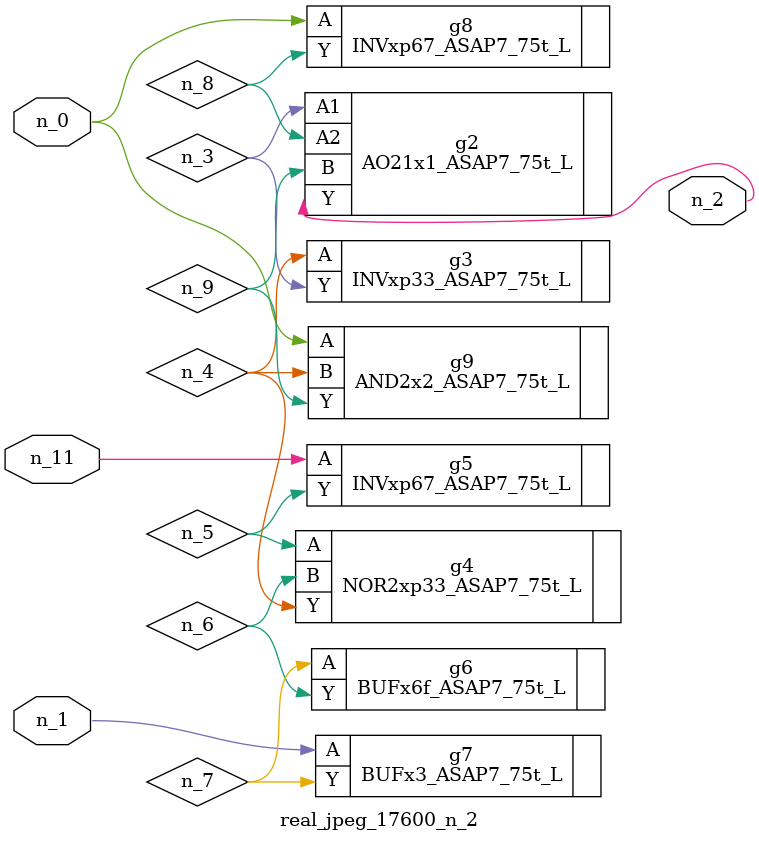
<source format=v>
module real_jpeg_17600_n_2 (n_1, n_11, n_0, n_2);

input n_1;
input n_11;
input n_0;

output n_2;

wire n_5;
wire n_8;
wire n_4;
wire n_6;
wire n_7;
wire n_3;
wire n_9;

INVxp67_ASAP7_75t_L g8 ( 
.A(n_0),
.Y(n_8)
);

AND2x2_ASAP7_75t_L g9 ( 
.A(n_0),
.B(n_4),
.Y(n_9)
);

BUFx3_ASAP7_75t_L g7 ( 
.A(n_1),
.Y(n_7)
);

AO21x1_ASAP7_75t_L g2 ( 
.A1(n_3),
.A2(n_8),
.B(n_9),
.Y(n_2)
);

INVxp33_ASAP7_75t_L g3 ( 
.A(n_4),
.Y(n_3)
);

NOR2xp33_ASAP7_75t_L g4 ( 
.A(n_5),
.B(n_6),
.Y(n_4)
);

BUFx6f_ASAP7_75t_L g6 ( 
.A(n_7),
.Y(n_6)
);

INVxp67_ASAP7_75t_L g5 ( 
.A(n_11),
.Y(n_5)
);


endmodule
</source>
